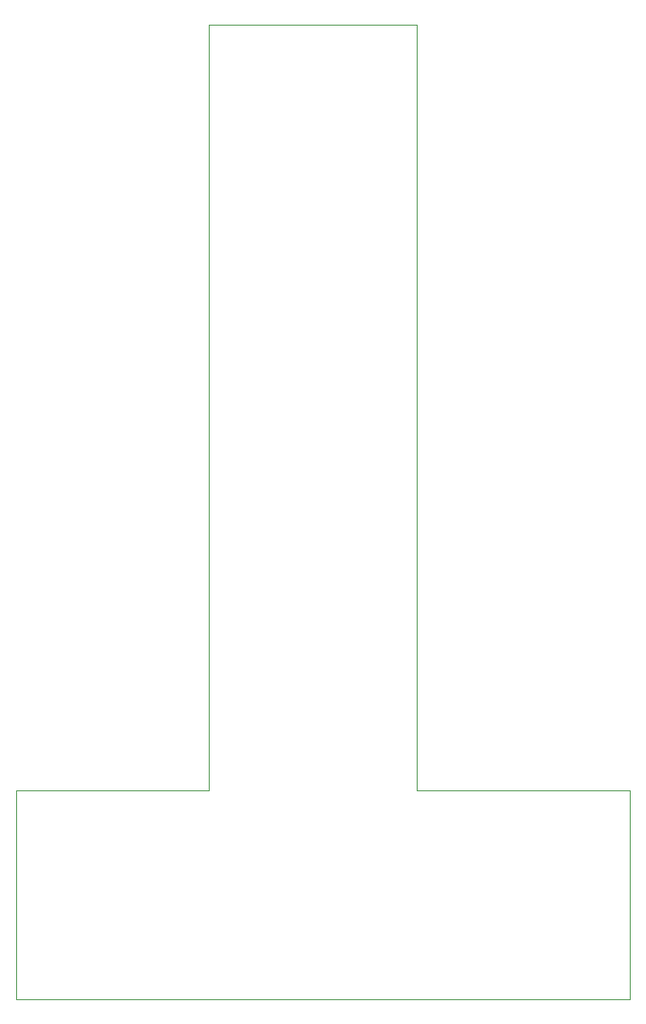
<source format=gbr>
%TF.GenerationSoftware,KiCad,Pcbnew,8.0.4*%
%TF.CreationDate,2024-07-29T14:44:41-07:00*%
%TF.ProjectId,3board_c,33626f61-7264-45f6-932e-6b696361645f,rev?*%
%TF.SameCoordinates,Original*%
%TF.FileFunction,Profile,NP*%
%FSLAX46Y46*%
G04 Gerber Fmt 4.6, Leading zero omitted, Abs format (unit mm)*
G04 Created by KiCad (PCBNEW 8.0.4) date 2024-07-29 14:44:41*
%MOMM*%
%LPD*%
G01*
G04 APERTURE LIST*
%TA.AperFunction,Profile*%
%ADD10C,0.100000*%
%TD*%
G04 APERTURE END LIST*
D10*
X157860000Y-20000000D02*
X157860000Y-96000000D01*
X118000000Y-96000000D02*
X137150000Y-96000000D01*
X179000000Y-96000000D02*
X179000000Y-116750000D01*
X157860000Y-96000000D02*
X179000000Y-96000000D01*
X137150000Y-96000000D02*
X137150000Y-20000000D01*
X118000000Y-116750000D02*
X118000000Y-96000000D01*
X137150000Y-20000000D02*
X157860000Y-20000000D01*
X179000000Y-116750000D02*
X118000000Y-116750000D01*
M02*

</source>
